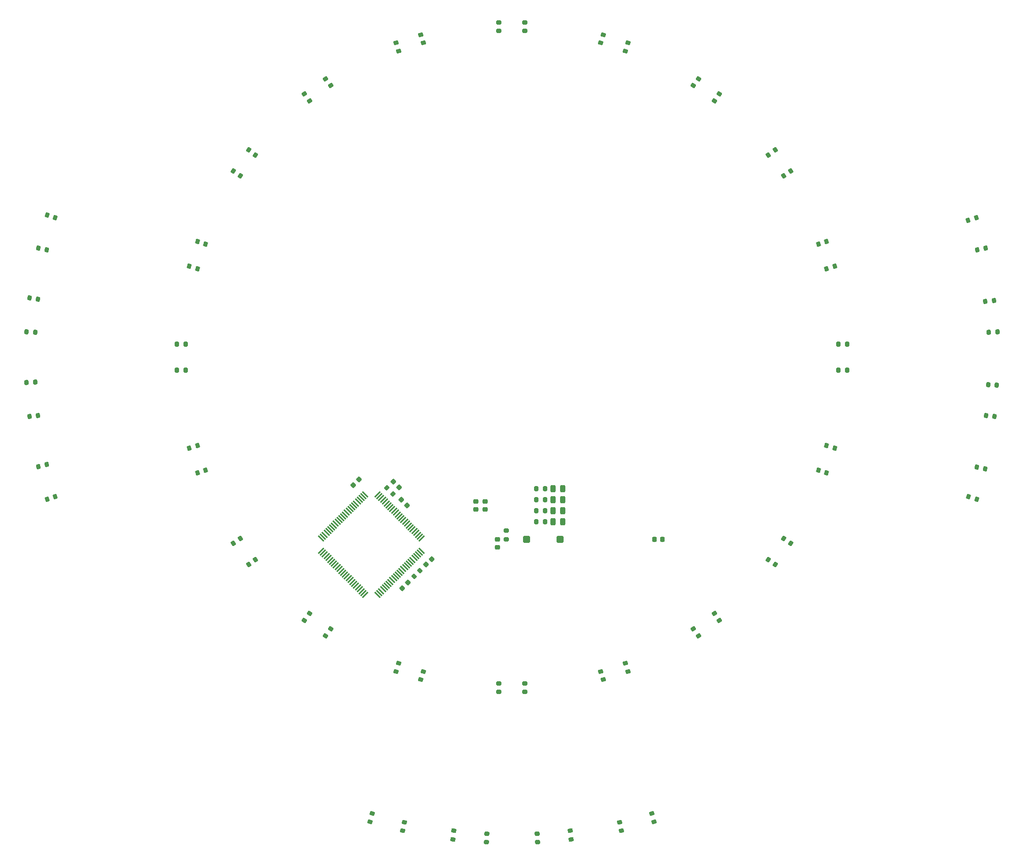
<source format=gbr>
%TF.GenerationSoftware,KiCad,Pcbnew,8.0.1*%
%TF.CreationDate,2024-08-22T21:09:10+09:00*%
%TF.ProjectId,Line-20240325,4c696e65-2d32-4303-9234-303332352e6b,rev?*%
%TF.SameCoordinates,Original*%
%TF.FileFunction,Paste,Bot*%
%TF.FilePolarity,Positive*%
%FSLAX46Y46*%
G04 Gerber Fmt 4.6, Leading zero omitted, Abs format (unit mm)*
G04 Created by KiCad (PCBNEW 8.0.1) date 2024-08-22 21:09:10*
%MOMM*%
%LPD*%
G01*
G04 APERTURE LIST*
G04 Aperture macros list*
%AMRoundRect*
0 Rectangle with rounded corners*
0 $1 Rounding radius*
0 $2 $3 $4 $5 $6 $7 $8 $9 X,Y pos of 4 corners*
0 Add a 4 corners polygon primitive as box body*
4,1,4,$2,$3,$4,$5,$6,$7,$8,$9,$2,$3,0*
0 Add four circle primitives for the rounded corners*
1,1,$1+$1,$2,$3*
1,1,$1+$1,$4,$5*
1,1,$1+$1,$6,$7*
1,1,$1+$1,$8,$9*
0 Add four rect primitives between the rounded corners*
20,1,$1+$1,$2,$3,$4,$5,0*
20,1,$1+$1,$4,$5,$6,$7,0*
20,1,$1+$1,$6,$7,$8,$9,0*
20,1,$1+$1,$8,$9,$2,$3,0*%
G04 Aperture macros list end*
%ADD10RoundRect,0.200000X-0.214118X-0.264156X0.185334X-0.285090X0.214118X0.264156X-0.185334X0.285090X0*%
%ADD11RoundRect,0.200000X0.000162X0.340037X-0.323444X0.104923X-0.000162X-0.340037X0.323444X-0.104923X0*%
%ADD12RoundRect,0.225000X-0.335876X-0.017678X-0.017678X-0.335876X0.335876X0.017678X0.017678X0.335876X0*%
%ADD13RoundRect,0.200000X-0.264156X0.214118X-0.285090X-0.185334X0.264156X-0.214118X0.285090X0.185334X0*%
%ADD14RoundRect,0.200000X0.200000X0.275000X-0.200000X0.275000X-0.200000X-0.275000X0.200000X-0.275000X0*%
%ADD15RoundRect,0.200000X-0.133012X-0.312942X0.256736X-0.222962X0.133012X0.312942X-0.256736X0.222962X0*%
%ADD16RoundRect,0.200000X0.105232X0.323344X-0.275191X0.199737X-0.105232X-0.323344X0.275191X-0.199737X0*%
%ADD17RoundRect,0.200000X-0.000162X-0.340037X0.323444X-0.104923X0.000162X0.340037X-0.323444X0.104923X0*%
%ADD18RoundRect,0.225000X0.225000X0.250000X-0.225000X0.250000X-0.225000X-0.250000X0.225000X-0.250000X0*%
%ADD19RoundRect,0.200000X0.248576X-0.232023X0.297324X0.164995X-0.248576X0.232023X-0.297324X-0.164995X0*%
%ADD20RoundRect,0.243750X0.243750X0.456250X-0.243750X0.456250X-0.243750X-0.456250X0.243750X-0.456250X0*%
%ADD21RoundRect,0.200000X-0.105232X-0.323344X0.275191X-0.199737X0.105232X0.323344X-0.275191X0.199737X0*%
%ADD22RoundRect,0.200000X0.164995X0.297324X-0.232023X0.248576X-0.164995X-0.297324X0.232023X-0.248576X0*%
%ADD23RoundRect,0.200000X-0.275191X-0.199737X0.105232X-0.323344X0.275191X0.199737X-0.105232X0.323344X0*%
%ADD24RoundRect,0.200000X0.285090X-0.185334X0.264156X0.214118X-0.285090X0.185334X-0.264156X-0.214118X0*%
%ADD25RoundRect,0.200000X-0.164995X-0.297324X0.232023X-0.248576X0.164995X0.297324X-0.232023X0.248576X0*%
%ADD26RoundRect,0.200000X0.340037X-0.000162X0.104923X0.323444X-0.340037X0.000162X-0.104923X-0.323444X0*%
%ADD27RoundRect,0.200000X-0.200000X-0.275000X0.200000X-0.275000X0.200000X0.275000X-0.200000X0.275000X0*%
%ADD28RoundRect,0.225000X-0.017678X0.335876X-0.335876X0.017678X0.017678X-0.335876X0.335876X-0.017678X0*%
%ADD29RoundRect,0.200000X-0.275000X0.200000X-0.275000X-0.200000X0.275000X-0.200000X0.275000X0.200000X0*%
%ADD30RoundRect,0.200000X0.323444X0.104923X-0.000162X0.340037X-0.323444X-0.104923X0.000162X-0.340037X0*%
%ADD31RoundRect,0.200000X0.335876X0.053033X0.053033X0.335876X-0.335876X-0.053033X-0.053033X-0.335876X0*%
%ADD32RoundRect,0.200000X0.110859X0.321458X-0.271663X0.204509X-0.110859X-0.321458X0.271663X-0.204509X0*%
%ADD33RoundRect,0.200000X-0.222962X0.256736X-0.312942X-0.133012X0.222962X-0.256736X0.312942X0.133012X0*%
%ADD34RoundRect,0.200000X0.275191X0.199737X-0.105232X0.323344X-0.275191X-0.199737X0.105232X-0.323344X0*%
%ADD35RoundRect,0.200000X0.256736X0.222962X-0.133012X0.312942X-0.256736X-0.222962X0.133012X-0.312942X0*%
%ADD36RoundRect,0.200000X-0.199737X0.275191X-0.323344X-0.105232X0.199737X-0.275191X0.323344X0.105232X0*%
%ADD37RoundRect,0.200000X0.312942X-0.133012X0.222962X0.256736X-0.312942X0.133012X-0.222962X-0.256736X0*%
%ADD38RoundRect,0.200000X0.104923X-0.323444X0.340037X0.000162X-0.104923X0.323444X-0.340037X-0.000162X0*%
%ADD39RoundRect,0.225000X-0.250000X0.225000X-0.250000X-0.225000X0.250000X-0.225000X0.250000X0.225000X0*%
%ADD40RoundRect,0.200000X-0.323344X0.105232X-0.199737X-0.275191X0.323344X-0.105232X0.199737X0.275191X0*%
%ADD41RoundRect,0.200000X0.204509X-0.271663X0.321458X0.110859X-0.204509X0.271663X-0.321458X-0.110859X0*%
%ADD42RoundRect,0.200000X0.275000X-0.200000X0.275000X0.200000X-0.275000X0.200000X-0.275000X-0.200000X0*%
%ADD43RoundRect,0.350000X-0.350000X-0.350000X0.350000X-0.350000X0.350000X0.350000X-0.350000X0.350000X0*%
%ADD44RoundRect,0.200000X-0.232023X-0.248576X0.164995X-0.297324X0.232023X0.248576X-0.164995X0.297324X0*%
%ADD45RoundRect,0.200000X-0.323444X-0.104923X0.000162X-0.340037X0.323444X0.104923X-0.000162X0.340037X0*%
%ADD46RoundRect,0.200000X-0.104923X0.323444X-0.340037X-0.000162X0.104923X-0.323444X0.340037X0.000162X0*%
%ADD47RoundRect,0.200000X0.271663X0.204509X-0.110859X0.321458X-0.271663X-0.204509X0.110859X-0.321458X0*%
%ADD48RoundRect,0.200000X-0.297324X0.164995X-0.248576X-0.232023X0.297324X-0.164995X0.248576X0.232023X0*%
%ADD49RoundRect,0.200000X-0.185334X-0.285090X0.214118X-0.264156X0.185334X0.285090X-0.214118X0.264156X0*%
%ADD50RoundRect,0.200000X0.185334X0.285090X-0.214118X0.264156X-0.185334X-0.285090X0.214118X-0.264156X0*%
%ADD51RoundRect,0.200000X-0.053033X0.335876X-0.335876X0.053033X0.053033X-0.335876X0.335876X-0.053033X0*%
%ADD52RoundRect,0.200000X-0.340037X0.000162X-0.104923X-0.323444X0.340037X-0.000162X0.104923X0.323444X0*%
%ADD53RoundRect,0.075000X0.415425X0.521491X-0.521491X-0.415425X-0.415425X-0.521491X0.521491X0.415425X0*%
%ADD54RoundRect,0.075000X-0.415425X0.521491X-0.521491X0.415425X0.415425X-0.521491X0.521491X-0.415425X0*%
%ADD55RoundRect,0.200000X0.232023X0.248576X-0.164995X0.297324X-0.232023X-0.248576X0.164995X-0.297324X0*%
%ADD56RoundRect,0.200000X0.323344X-0.105232X0.199737X0.275191X-0.323344X0.105232X-0.199737X-0.275191X0*%
%ADD57RoundRect,0.200000X-0.110859X-0.321458X0.271663X-0.204509X0.110859X0.321458X-0.271663X0.204509X0*%
%ADD58RoundRect,0.200000X0.214118X0.264156X-0.185334X0.285090X-0.214118X-0.264156X0.185334X-0.285090X0*%
%ADD59RoundRect,0.200000X-0.321458X0.110859X-0.204509X-0.271663X0.321458X-0.110859X0.204509X0.271663X0*%
%ADD60RoundRect,0.225000X0.017678X-0.335876X0.335876X-0.017678X-0.017678X0.335876X-0.335876X0.017678X0*%
%ADD61RoundRect,0.200000X0.133012X0.312942X-0.256736X0.222962X-0.133012X-0.312942X0.256736X-0.222962X0*%
%ADD62RoundRect,0.200000X0.199737X-0.275191X0.323344X0.105232X-0.199737X0.275191X-0.323344X-0.105232X0*%
%ADD63RoundRect,0.200000X-0.271663X-0.204509X0.110859X-0.321458X0.271663X0.204509X-0.110859X0.321458X0*%
%ADD64RoundRect,0.200000X-0.256736X-0.222962X0.133012X-0.312942X0.256736X0.222962X-0.133012X0.312942X0*%
G04 APERTURE END LIST*
D10*
%TO.C,R62*%
X91436028Y-5285206D03*
X93083766Y-5371560D03*
%TD*%
D11*
%TO.C,R40*%
X-49236325Y-38862064D03*
X-50571203Y-39831910D03*
%TD*%
D12*
%TO.C,C4*%
X-21241334Y-27382111D03*
X-20145318Y-28478127D03*
%TD*%
D13*
%TO.C,R58*%
X-4798755Y-91549485D03*
X-4885109Y-93197225D03*
%TD*%
D14*
%TO.C,R16*%
X64324354Y-2500082D03*
X62674354Y-2500082D03*
%TD*%
D15*
%TO.C,R24*%
X-90933943Y-20993682D03*
X-89326233Y-20622512D03*
%TD*%
D16*
%TO.C,R39*%
X-58835574Y-21745363D03*
X-60404816Y-22255241D03*
%TD*%
D17*
%TO.C,R8*%
X-53510129Y-35786826D03*
X-52175251Y-34816980D03*
%TD*%
D18*
%TO.C,C8*%
X28873999Y-35000101D03*
X27323999Y-35000101D03*
%TD*%
D19*
%TO.C,R26*%
X-11374315Y-92629491D03*
X-11173231Y-90991793D03*
%TD*%
D20*
%TO.C,D36*%
X9737501Y-29499999D03*
X7862499Y-29499999D03*
%TD*%
D21*
%TO.C,R49*%
X58834277Y21745198D03*
X60403519Y22255076D03*
%TD*%
D22*
%TO.C,R55*%
X-90992527Y-11172494D03*
X-92630227Y-11373580D03*
%TD*%
D23*
%TO.C,R47*%
X60379360Y-16990082D03*
X61948602Y-17499960D03*
%TD*%
D24*
%TO.C,R27*%
X4883394Y-93197222D03*
X4797038Y-91549486D03*
%TD*%
D25*
%TO.C,R63*%
X90878334Y10685063D03*
X92516034Y10886149D03*
%TD*%
D26*
%TO.C,R13*%
X35786095Y-53509563D03*
X34816249Y-52174685D03*
%TD*%
%TO.C,R35*%
X-38862630Y49235594D03*
X-39832476Y50570472D03*
%TD*%
D27*
%TO.C,R6*%
X-64325648Y2499918D03*
X-62675648Y2499918D03*
%TD*%
D17*
%TO.C,R50*%
X49235028Y38861900D03*
X50569906Y39831746D03*
%TD*%
D28*
%TO.C,C7*%
X-15445568Y-38771822D03*
X-16541584Y-39867838D03*
%TD*%
D29*
%TO.C,R1*%
X2499351Y64324918D03*
X2499351Y62674918D03*
%TD*%
D30*
%TO.C,R36*%
X-52175251Y34816816D03*
X-53510129Y35786662D03*
%TD*%
D31*
%TO.C,R72*%
X-22866637Y-26249045D03*
X-24033363Y-25082319D03*
%TD*%
D32*
%TO.C,R56*%
X-87670097Y-26803299D03*
X-89247999Y-27285715D03*
%TD*%
D33*
%TO.C,R57*%
X-20623246Y-89325497D03*
X-20994414Y-90933211D03*
%TD*%
D34*
%TO.C,R15*%
X60403520Y-22255241D03*
X58834278Y-21745363D03*
%TD*%
D12*
%TO.C,C10*%
X-22798008Y-23917675D03*
X-21701992Y-25013691D03*
%TD*%
D29*
%TO.C,R43*%
X2499351Y-62675083D03*
X2499351Y-64325083D03*
%TD*%
D35*
%TO.C,R53*%
X-89326233Y20622265D03*
X-90933943Y20993435D03*
%TD*%
D36*
%TO.C,R20*%
X22254510Y60404085D03*
X21744632Y58834843D03*
%TD*%
D29*
%TO.C,R71*%
X-1101000Y-33350100D03*
X-1101000Y-35000100D03*
%TD*%
D37*
%TO.C,R28*%
X20992698Y-90933206D03*
X20621532Y-89325500D03*
%TD*%
D27*
%TO.C,R65*%
X4675000Y-31600000D03*
X6325000Y-31600000D03*
%TD*%
D38*
%TO.C,R51*%
X34816249Y52174520D03*
X35786095Y53509398D03*
%TD*%
%TO.C,R9*%
X-39832477Y-50570637D03*
X-38862631Y-49235759D03*
%TD*%
D39*
%TO.C,C3*%
X-5200000Y-27700000D03*
X-5200000Y-29250000D03*
%TD*%
D40*
%TO.C,R2*%
X-17500525Y61949169D03*
X-16990647Y60379927D03*
%TD*%
D14*
%TO.C,R67*%
X6325000Y-25300000D03*
X4675000Y-25300000D03*
%TD*%
D20*
%TO.C,D35*%
X9737501Y-27400000D03*
X7862499Y-27400000D03*
%TD*%
D41*
%TO.C,R25*%
X-27286448Y-89247265D03*
X-26804034Y-87669361D03*
%TD*%
D20*
%TO.C,D34*%
X9737501Y-25300000D03*
X7862499Y-25300000D03*
%TD*%
D42*
%TO.C,R33*%
X-2500649Y62674918D03*
X-2500649Y64324918D03*
%TD*%
D43*
%TO.C,SW1*%
X2799000Y-35000100D03*
X9199000Y-35000100D03*
%TD*%
D39*
%TO.C,C2*%
X-6900000Y-27700000D03*
X-6900000Y-29250000D03*
%TD*%
D44*
%TO.C,R22*%
X-92630227Y11373333D03*
X-90992529Y11172249D03*
%TD*%
D45*
%TO.C,R46*%
X52173956Y-34816980D03*
X53508834Y-35786826D03*
%TD*%
D46*
%TO.C,R19*%
X39831180Y50570472D03*
X38861334Y49235594D03*
%TD*%
D47*
%TO.C,R29*%
X89246283Y-27285715D03*
X87668381Y-26803299D03*
%TD*%
D20*
%TO.C,D33*%
X9737501Y-31600000D03*
X7862499Y-31600000D03*
%TD*%
D48*
%TO.C,R59*%
X11171513Y-90991793D03*
X11372599Y-92629493D03*
%TD*%
D16*
%TO.C,R17*%
X61948602Y17499796D03*
X60379360Y16989918D03*
%TD*%
D39*
%TO.C,C9*%
X-2801000Y-35000100D03*
X-2801000Y-36550100D03*
%TD*%
D14*
%TO.C,R69*%
X6325000Y-27400000D03*
X4675000Y-27400000D03*
%TD*%
D34*
%TO.C,R37*%
X-60380657Y16989917D03*
X-61949899Y17499795D03*
%TD*%
D40*
%TO.C,R44*%
X21744633Y-58835008D03*
X22254511Y-60404250D03*
%TD*%
D49*
%TO.C,R23*%
X-93197960Y-4884377D03*
X-91550222Y-4798021D03*
%TD*%
D50*
%TO.C,R31*%
X93196243Y4884130D03*
X91548505Y4797774D03*
%TD*%
D14*
%TO.C,R70*%
X6325000Y-29500000D03*
X4675000Y-29500000D03*
%TD*%
%TO.C,R38*%
X-62675648Y-2500082D03*
X-64325648Y-2500082D03*
%TD*%
D23*
%TO.C,R5*%
X-60404815Y22255076D03*
X-58835573Y21745198D03*
%TD*%
D51*
%TO.C,R66*%
X-17660214Y-40986467D03*
X-18826940Y-42153193D03*
%TD*%
D52*
%TO.C,R3*%
X-35787393Y53509398D03*
X-34817547Y52174520D03*
%TD*%
D27*
%TO.C,R48*%
X62674353Y2499918D03*
X64324353Y2499918D03*
%TD*%
D30*
%TO.C,R14*%
X50569908Y-39831910D03*
X49235030Y-38862064D03*
%TD*%
D36*
%TO.C,R42*%
X-16990646Y-60380091D03*
X-17500524Y-61949333D03*
%TD*%
D21*
%TO.C,R7*%
X-61949898Y-17499959D03*
X-60380656Y-16990081D03*
%TD*%
D53*
%TO.C,U33*%
X-25819849Y-26339127D03*
X-25466296Y-26692680D03*
X-25112742Y-27046233D03*
X-24759189Y-27399787D03*
X-24405635Y-27753340D03*
X-24052082Y-28106894D03*
X-23698529Y-28460447D03*
X-23344975Y-28814000D03*
X-22991422Y-29167554D03*
X-22637868Y-29521107D03*
X-22284315Y-29874661D03*
X-21930762Y-30228214D03*
X-21577208Y-30581767D03*
X-21223655Y-30935321D03*
X-20870102Y-31288874D03*
X-20516548Y-31642427D03*
X-20162995Y-31995981D03*
X-19809441Y-32349534D03*
X-19455888Y-32703088D03*
X-19102335Y-33056641D03*
X-18748781Y-33410194D03*
X-18395228Y-33763748D03*
X-18041674Y-34117301D03*
X-17688121Y-34470855D03*
X-17334568Y-34824408D03*
D54*
X-17334568Y-37175538D03*
X-17688121Y-37529091D03*
X-18041674Y-37882645D03*
X-18395228Y-38236198D03*
X-18748781Y-38589752D03*
X-19102335Y-38943305D03*
X-19455888Y-39296858D03*
X-19809441Y-39650412D03*
X-20162995Y-40003965D03*
X-20516548Y-40357519D03*
X-20870102Y-40711072D03*
X-21223655Y-41064625D03*
X-21577208Y-41418179D03*
X-21930762Y-41771732D03*
X-22284315Y-42125285D03*
X-22637868Y-42478839D03*
X-22991422Y-42832392D03*
X-23344975Y-43185946D03*
X-23698529Y-43539499D03*
X-24052082Y-43893052D03*
X-24405635Y-44246606D03*
X-24759189Y-44600159D03*
X-25112742Y-44953713D03*
X-25466296Y-45307266D03*
X-25819849Y-45660819D03*
D53*
X-28170979Y-45660819D03*
X-28524532Y-45307266D03*
X-28878086Y-44953713D03*
X-29231639Y-44600159D03*
X-29585193Y-44246606D03*
X-29938746Y-43893052D03*
X-30292299Y-43539499D03*
X-30645853Y-43185946D03*
X-30999406Y-42832392D03*
X-31352960Y-42478839D03*
X-31706513Y-42125285D03*
X-32060066Y-41771732D03*
X-32413620Y-41418179D03*
X-32767173Y-41064625D03*
X-33120726Y-40711072D03*
X-33474280Y-40357519D03*
X-33827833Y-40003965D03*
X-34181387Y-39650412D03*
X-34534940Y-39296858D03*
X-34888493Y-38943305D03*
X-35242047Y-38589752D03*
X-35595600Y-38236198D03*
X-35949154Y-37882645D03*
X-36302707Y-37529091D03*
X-36656260Y-37175538D03*
D54*
X-36656260Y-34824408D03*
X-36302707Y-34470855D03*
X-35949154Y-34117301D03*
X-35595600Y-33763748D03*
X-35242047Y-33410194D03*
X-34888493Y-33056641D03*
X-34534940Y-32703088D03*
X-34181387Y-32349534D03*
X-33827833Y-31995981D03*
X-33474280Y-31642427D03*
X-33120726Y-31288874D03*
X-32767173Y-30935321D03*
X-32413620Y-30581767D03*
X-32060066Y-30228214D03*
X-31706513Y-29874661D03*
X-31352960Y-29521107D03*
X-30999406Y-29167554D03*
X-30645853Y-28814000D03*
X-30292299Y-28460447D03*
X-29938746Y-28106894D03*
X-29585193Y-27753340D03*
X-29231639Y-27399787D03*
X-28878086Y-27046233D03*
X-28524532Y-26692680D03*
X-28170979Y-26339127D03*
%TD*%
D46*
%TO.C,R41*%
X-34817547Y-52174685D03*
X-35787393Y-53509563D03*
%TD*%
D42*
%TO.C,R11*%
X-2500649Y-64325083D03*
X-2500649Y-62675083D03*
%TD*%
D55*
%TO.C,R30*%
X92628509Y-11373579D03*
X90990811Y-11172495D03*
%TD*%
D56*
%TO.C,R34*%
X-21745928Y58834843D03*
X-22255806Y60404085D03*
%TD*%
D57*
%TO.C,R64*%
X87555906Y26315867D03*
X89133806Y26798281D03*
%TD*%
D28*
%TO.C,C5*%
X-29346509Y-23469792D03*
X-30442525Y-24565808D03*
%TD*%
D58*
%TO.C,R54*%
X-91550222Y4797777D03*
X-93197960Y4884131D03*
%TD*%
D52*
%TO.C,R45*%
X38861335Y-49235759D03*
X39831181Y-50570637D03*
%TD*%
D45*
%TO.C,R4*%
X-50571202Y39831746D03*
X-49236324Y38861900D03*
%TD*%
D11*
%TO.C,R18*%
X53508834Y35786662D03*
X52173956Y34816816D03*
%TD*%
D59*
%TO.C,R60*%
X26802321Y-87669364D03*
X27284731Y-89247266D03*
%TD*%
D60*
%TO.C,C6*%
X-21041585Y-44367838D03*
X-19945569Y-43271822D03*
%TD*%
D61*
%TO.C,R32*%
X90932225Y20993435D03*
X89324517Y20622265D03*
%TD*%
D62*
%TO.C,R10*%
X-22255807Y-60404250D03*
X-21745929Y-58835008D03*
%TD*%
D63*
%TO.C,R21*%
X-89247999Y27285468D03*
X-87670097Y26803052D03*
%TD*%
D64*
%TO.C,R61*%
X89212042Y-21109696D03*
X90819752Y-21480866D03*
%TD*%
D56*
%TO.C,R12*%
X17499230Y-61949333D03*
X16989352Y-60380091D03*
%TD*%
D62*
%TO.C,R52*%
X16989352Y60379928D03*
X17499230Y61949170D03*
%TD*%
M02*

</source>
